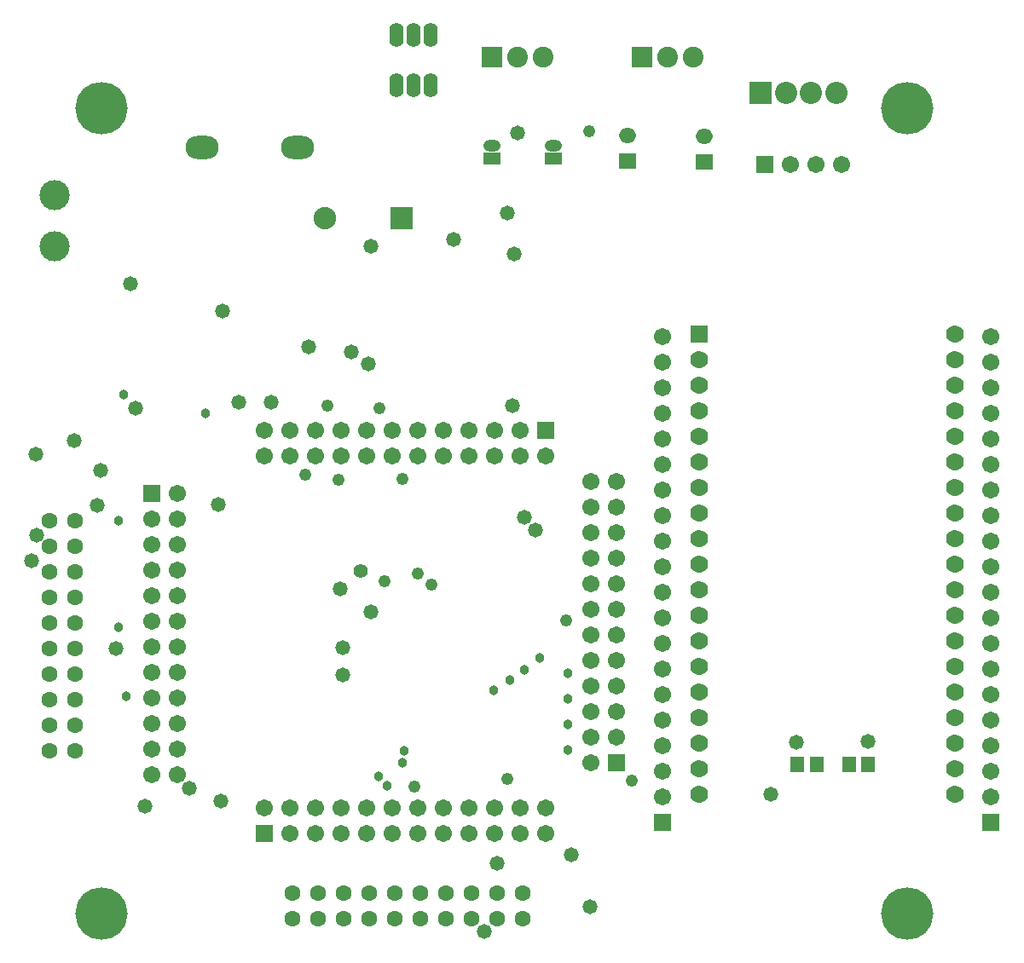
<source format=gbs>
G04*
G04 #@! TF.GenerationSoftware,Altium Limited,Altium Designer,21.3.2 (30)*
G04*
G04 Layer_Color=16711935*
%FSTAX44Y44*%
%MOMM*%
G71*
G04*
G04 #@! TF.SameCoordinates,F8E9BDDD-FC12-4FEB-8D7F-7DE70A56B409*
G04*
G04*
G04 #@! TF.FilePolarity,Negative*
G04*
G01*
G75*
%ADD34R,1.4032X1.6032*%
%ADD45R,1.7032X1.2032*%
%ADD46O,1.7032X1.2032*%
%ADD47R,1.7032X1.5032*%
%ADD48O,1.7032X1.5032*%
%ADD49O,1.4032X2.4032*%
%ADD50R,2.0632X2.0632*%
%ADD51C,2.0632*%
%ADD52R,1.7032X1.7032*%
%ADD53C,1.7032*%
%ADD54R,1.7032X1.7032*%
%ADD55C,2.2352*%
%ADD56R,2.2352X2.2352*%
%ADD57C,1.7632*%
%ADD58R,1.7632X1.7632*%
%ADD59C,5.2032*%
%ADD60C,2.2032*%
%ADD61R,2.2032X2.2032*%
%ADD62C,1.6032*%
%ADD63C,2.9972*%
%ADD64O,3.3016X2.3016*%
%ADD65C,1.4732*%
%ADD66C,1.2192*%
%ADD67C,0.9652*%
%ADD68C,1.4032*%
D34*
X00799534Y00266426D02*
D03*
X00818534D02*
D03*
X00869812Y0026648D02*
D03*
X00850812D02*
D03*
D45*
X00557226Y0086831D02*
D03*
X0049657Y0086831D02*
D03*
D46*
X00557226Y0088101D02*
D03*
X0049657Y0088101D02*
D03*
D47*
X0063119Y0086592D02*
D03*
X0070739Y0086487D02*
D03*
D48*
X0063119Y0089132D02*
D03*
X0070739Y0089027D02*
D03*
D49*
X0043532Y0094085D02*
D03*
X0041832D02*
D03*
X0040132D02*
D03*
Y0099085D02*
D03*
X0041832D02*
D03*
X0043532D02*
D03*
D50*
X0049657Y0096901D02*
D03*
X0064516D02*
D03*
D51*
X0052197D02*
D03*
X0054737D02*
D03*
X0067056D02*
D03*
X0069596D02*
D03*
D52*
X0066548Y0020828D02*
D03*
X0061976Y0026775D02*
D03*
X0099187Y0020828D02*
D03*
X0015875Y0053572D02*
D03*
D53*
X0066548Y0023368D02*
D03*
Y0025908D02*
D03*
Y0028448D02*
D03*
Y0030988D02*
D03*
Y0033528D02*
D03*
Y0036068D02*
D03*
Y0038608D02*
D03*
Y0041148D02*
D03*
Y0043688D02*
D03*
Y0046228D02*
D03*
Y0048768D02*
D03*
Y0051308D02*
D03*
Y0053848D02*
D03*
Y0056388D02*
D03*
Y0058928D02*
D03*
Y0061468D02*
D03*
Y0064008D02*
D03*
Y0066548D02*
D03*
Y0069088D02*
D03*
X0059436Y0054715D02*
D03*
X0061976D02*
D03*
X0059436Y0052175D02*
D03*
X0061976D02*
D03*
X0059436Y0049635D02*
D03*
X0061976D02*
D03*
X0059436Y0047095D02*
D03*
X0061976D02*
D03*
X0059436Y0044555D02*
D03*
X0061976D02*
D03*
X0059436Y0042015D02*
D03*
X0061976D02*
D03*
X0059436Y0039475D02*
D03*
X0061976D02*
D03*
X0059436Y0036935D02*
D03*
X0061976D02*
D03*
X0059436Y0034395D02*
D03*
X0061976D02*
D03*
X0059436Y0031855D02*
D03*
X0061976D02*
D03*
X0059436Y0029315D02*
D03*
X0061976D02*
D03*
X0059436Y0026775D02*
D03*
X0027051Y0057255D02*
D03*
Y0059795D02*
D03*
X0029591Y0057255D02*
D03*
Y0059795D02*
D03*
X0032131Y0057255D02*
D03*
Y0059795D02*
D03*
X0034671Y0057255D02*
D03*
Y0059795D02*
D03*
X0037211Y0057255D02*
D03*
Y0059795D02*
D03*
X0039751Y0057255D02*
D03*
Y0059795D02*
D03*
X0042291Y0057255D02*
D03*
Y0059795D02*
D03*
X0044831Y0057255D02*
D03*
Y0059795D02*
D03*
X0047371Y0057255D02*
D03*
Y0059795D02*
D03*
X0049911Y0057255D02*
D03*
Y0059795D02*
D03*
X0052451Y0057255D02*
D03*
Y0059795D02*
D03*
X0054991Y0057255D02*
D03*
X0099187Y0023368D02*
D03*
Y0025908D02*
D03*
Y0028448D02*
D03*
Y0030988D02*
D03*
Y0033528D02*
D03*
Y0036068D02*
D03*
Y0038608D02*
D03*
Y0041148D02*
D03*
Y0043688D02*
D03*
Y0046228D02*
D03*
Y0048768D02*
D03*
Y0051308D02*
D03*
Y0053848D02*
D03*
Y0056388D02*
D03*
Y0058928D02*
D03*
Y0061468D02*
D03*
Y0064008D02*
D03*
Y0066548D02*
D03*
Y0069088D02*
D03*
X00792462Y00862347D02*
D03*
X00817862D02*
D03*
X00843262D02*
D03*
X0018415Y0025632D02*
D03*
X0015875D02*
D03*
X0018415Y0028172D02*
D03*
X0015875D02*
D03*
X0018415Y0030712D02*
D03*
X0015875D02*
D03*
X0018415Y0033252D02*
D03*
X0015875D02*
D03*
X0018415Y0035792D02*
D03*
X0015875D02*
D03*
X0018415Y0038332D02*
D03*
X0015875D02*
D03*
X0018415Y0040872D02*
D03*
X0015875D02*
D03*
X0018415Y0043412D02*
D03*
X0015875D02*
D03*
X0018415Y0045952D02*
D03*
X0015875D02*
D03*
X0018415Y0048492D02*
D03*
X0015875D02*
D03*
X0018415Y0051032D02*
D03*
X0015875D02*
D03*
X0018415Y0053572D02*
D03*
X0027051Y002233D02*
D03*
X0029591Y001979D02*
D03*
Y002233D02*
D03*
X0032131Y001979D02*
D03*
Y002233D02*
D03*
X0034671Y001979D02*
D03*
Y002233D02*
D03*
X0037211Y001979D02*
D03*
Y002233D02*
D03*
X0039751Y001979D02*
D03*
Y002233D02*
D03*
X0042291Y001979D02*
D03*
Y002233D02*
D03*
X0044831Y001979D02*
D03*
Y002233D02*
D03*
X0047371Y001979D02*
D03*
Y002233D02*
D03*
X0049911Y001979D02*
D03*
Y002233D02*
D03*
X0052451Y001979D02*
D03*
Y002233D02*
D03*
X0054991Y001979D02*
D03*
Y002233D02*
D03*
D54*
Y0059795D02*
D03*
X00767063Y00862347D02*
D03*
X0027051Y001979D02*
D03*
D55*
X003302Y0080899D02*
D03*
D56*
X004064D02*
D03*
D57*
X0095631Y0023622D02*
D03*
Y0026162D02*
D03*
Y0028702D02*
D03*
Y0031242D02*
D03*
Y0033782D02*
D03*
Y0036322D02*
D03*
Y0038862D02*
D03*
Y0041402D02*
D03*
Y0043942D02*
D03*
Y0046482D02*
D03*
Y0049022D02*
D03*
Y0051562D02*
D03*
Y0054102D02*
D03*
Y0056642D02*
D03*
Y0059182D02*
D03*
Y0061722D02*
D03*
Y0064262D02*
D03*
Y0066802D02*
D03*
Y0069342D02*
D03*
X0070231Y0026162D02*
D03*
Y0028702D02*
D03*
Y0031242D02*
D03*
Y0033782D02*
D03*
Y0036322D02*
D03*
Y0038862D02*
D03*
Y0041402D02*
D03*
Y0043942D02*
D03*
Y0046482D02*
D03*
Y0049022D02*
D03*
Y0051562D02*
D03*
Y0054102D02*
D03*
Y0056642D02*
D03*
Y0059182D02*
D03*
Y0061722D02*
D03*
Y0064262D02*
D03*
Y0023622D02*
D03*
Y0066802D02*
D03*
D58*
Y0069342D02*
D03*
D59*
X0090889Y0011778D02*
D03*
Y0091778D02*
D03*
X0010889Y0011778D02*
D03*
Y0091778D02*
D03*
D60*
X008382Y0093345D02*
D03*
X008132D02*
D03*
X007882D02*
D03*
D61*
X007632D02*
D03*
D62*
X0052705Y0011281D02*
D03*
X0050165D02*
D03*
X0047625D02*
D03*
X0045085D02*
D03*
X0042545D02*
D03*
X0040005D02*
D03*
X0037465D02*
D03*
X0034925D02*
D03*
X0032385D02*
D03*
X0029845D02*
D03*
Y0013821D02*
D03*
D03*
D03*
X0052705D02*
D03*
X0050165D02*
D03*
X0047625D02*
D03*
X0045085D02*
D03*
X0042545D02*
D03*
X0040005D02*
D03*
X0037465D02*
D03*
X0034925D02*
D03*
X0032385D02*
D03*
X0029845D02*
D03*
D03*
X0005715Y002794D02*
D03*
D03*
Y003048D02*
D03*
Y003302D02*
D03*
Y003556D02*
D03*
Y00381D02*
D03*
Y004064D02*
D03*
Y004318D02*
D03*
Y004572D02*
D03*
Y004826D02*
D03*
Y00508D02*
D03*
Y002794D02*
D03*
D03*
D03*
X0008255D02*
D03*
Y003048D02*
D03*
Y003302D02*
D03*
Y003556D02*
D03*
Y00381D02*
D03*
Y004064D02*
D03*
Y004318D02*
D03*
Y004572D02*
D03*
Y004826D02*
D03*
Y00508D02*
D03*
D63*
X00062391Y0083185D02*
D03*
Y0078105D02*
D03*
D64*
X00208528Y0087884D02*
D03*
X00303529D02*
D03*
D65*
X0024511Y0062611D02*
D03*
X0004445Y0049414D02*
D03*
X0004318Y0057404D02*
D03*
X0057531Y0017653D02*
D03*
X0048895Y0010033D02*
D03*
X0052197Y0089386D02*
D03*
X0051689Y006223D02*
D03*
X0051816Y0077343D02*
D03*
X0045847Y007874D02*
D03*
X00511637Y00814251D02*
D03*
X0077343Y0023622D02*
D03*
X0079883Y0028807D02*
D03*
X0086995Y0028934D02*
D03*
X00593635Y00125185D02*
D03*
X00501713Y0016824D02*
D03*
X00151701Y00224397D02*
D03*
X0019558Y0024235D02*
D03*
X0022733Y0022965D02*
D03*
X0012319Y00381D02*
D03*
X0034798Y0038205D02*
D03*
X00348065Y00355295D02*
D03*
X0003937Y0046863D02*
D03*
X0010414Y0052324D02*
D03*
X0010795Y0055858D02*
D03*
X0022479Y0052451D02*
D03*
X0034544Y0044047D02*
D03*
X0037592Y0041783D02*
D03*
X0008128Y0058801D02*
D03*
X0013716Y00744D02*
D03*
X0014224Y0061976D02*
D03*
X002286Y0071628D02*
D03*
X0027686Y0062611D02*
D03*
X00314415Y00681445D02*
D03*
X0035687Y0067564D02*
D03*
X0037338Y0066421D02*
D03*
X0037592Y0078105D02*
D03*
X0053975Y0049911D02*
D03*
X0052832Y0051181D02*
D03*
D66*
X00635Y0025019D02*
D03*
X0059309Y0089535D02*
D03*
X0040767Y0054991D02*
D03*
X004191Y0024384D02*
D03*
X0051181Y0025146D02*
D03*
X0057023Y0040894D02*
D03*
X0031115Y0055372D02*
D03*
X0034417Y0054864D02*
D03*
X0038989Y0044831D02*
D03*
X0033274Y006223D02*
D03*
X0038481Y0061976D02*
D03*
X00436388Y00445278D02*
D03*
X0042291Y0045593D02*
D03*
D67*
X00383794Y00254D02*
D03*
X00392167Y00245373D02*
D03*
X0012573Y0040259D02*
D03*
X0013335Y0033401D02*
D03*
X0040767Y0026797D02*
D03*
X0040894Y002794D02*
D03*
X0049784Y0034014D02*
D03*
X0051435Y003503D02*
D03*
X0052832Y0036046D02*
D03*
X0054356Y0037189D02*
D03*
X005715Y0028045D02*
D03*
Y0030585D02*
D03*
Y0033125D02*
D03*
Y0035665D02*
D03*
X0012573Y00508D02*
D03*
X0013081Y0063373D02*
D03*
X0021209Y0061468D02*
D03*
D68*
X0036576Y0045825D02*
D03*
M02*

</source>
